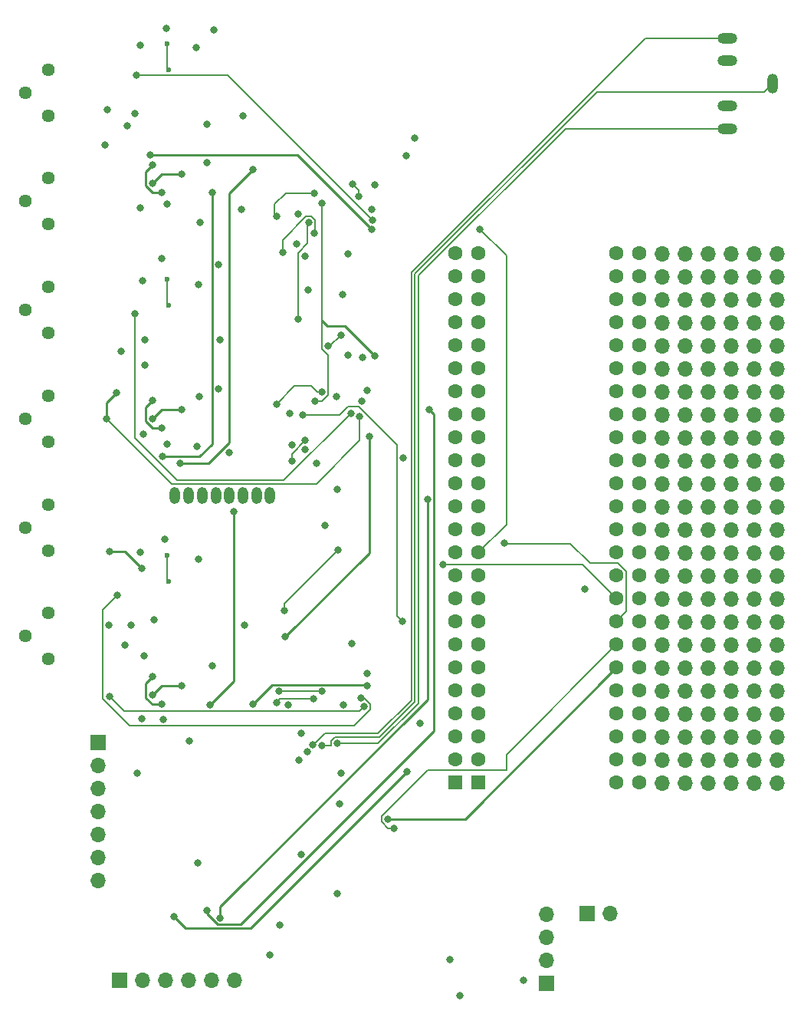
<source format=gbr>
%TF.GenerationSoftware,KiCad,Pcbnew,7.0.2*%
%TF.CreationDate,2025-02-14T16:13:01+00:00*%
%TF.ProjectId,body,626f6479-2e6b-4696-9361-645f70636258,rev?*%
%TF.SameCoordinates,Original*%
%TF.FileFunction,Copper,L4,Bot*%
%TF.FilePolarity,Positive*%
%FSLAX46Y46*%
G04 Gerber Fmt 4.6, Leading zero omitted, Abs format (unit mm)*
G04 Created by KiCad (PCBNEW 7.0.2) date 2025-02-14 16:13:01*
%MOMM*%
%LPD*%
G01*
G04 APERTURE LIST*
%TA.AperFunction,ComponentPad*%
%ADD10O,1.700000X1.700000*%
%TD*%
%TA.AperFunction,ComponentPad*%
%ADD11C,1.440000*%
%TD*%
%TA.AperFunction,ComponentPad*%
%ADD12R,1.700000X1.700000*%
%TD*%
%TA.AperFunction,ComponentPad*%
%ADD13O,2.200000X1.200000*%
%TD*%
%TA.AperFunction,ComponentPad*%
%ADD14O,1.200000X2.200000*%
%TD*%
%TA.AperFunction,ComponentPad*%
%ADD15O,1.170000X1.870000*%
%TD*%
%TA.AperFunction,ComponentPad*%
%ADD16R,1.600000X1.600000*%
%TD*%
%TA.AperFunction,ComponentPad*%
%ADD17C,1.600000*%
%TD*%
%TA.AperFunction,ViaPad*%
%ADD18C,0.600000*%
%TD*%
%TA.AperFunction,ViaPad*%
%ADD19C,0.800000*%
%TD*%
%TA.AperFunction,Conductor*%
%ADD20C,0.200000*%
%TD*%
%TA.AperFunction,Conductor*%
%ADD21C,0.250000*%
%TD*%
G04 APERTURE END LIST*
D10*
%TO.P,PB52,1,Pin_1*%
%TO.N,unconnected-(PB52-Pin_1-Pad1)*%
X183510000Y-68420000D03*
%TD*%
%TO.P,PB132,1,Pin_1*%
%TO.N,unconnected-(PB132-Pin_1-Pad1)*%
X183510000Y-119220000D03*
%TD*%
%TO.P,PB87,1,Pin_1*%
%TO.N,unconnected-(PB87-Pin_1-Pad1)*%
X175890000Y-96360000D03*
%TD*%
%TO.P,PB3,1,Pin_1*%
%TO.N,unconnected-(PB3-Pin_1-Pad1)*%
X173350000Y-65880000D03*
%TD*%
%TO.P,PB106,1,Pin_1*%
%TO.N,unconnected-(PB106-Pin_1-Pad1)*%
X178430000Y-114140000D03*
%TD*%
%TO.P,PB33,1,Pin_1*%
%TO.N,unconnected-(PB33-Pin_1-Pad1)*%
X178430000Y-81120000D03*
%TD*%
%TO.P,PB108,1,Pin_1*%
%TO.N,unconnected-(PB108-Pin_1-Pad1)*%
X178430000Y-119220000D03*
%TD*%
%TO.P,PB102,1,Pin_1*%
%TO.N,unconnected-(PB102-Pin_1-Pad1)*%
X178430000Y-103980000D03*
%TD*%
D11*
%TO.P,RV6,1,1*%
%TO.N,Net-(U4B--)*%
X105540000Y-52460000D03*
%TO.P,RV6,2,2*%
%TO.N,Net-(C32-Pad2)*%
X103000000Y-55000000D03*
%TO.P,RV6,3,3*%
%TO.N,unconnected-(RV6-Pad3)*%
X105540000Y-57540000D03*
%TD*%
D12*
%TO.P,J6,1,Pin_1*%
%TO.N,Net-(J6-Pin_1)*%
X113380000Y-141000000D03*
D10*
%TO.P,J6,2,Pin_2*%
%TO.N,GND*%
X115920000Y-141000000D03*
%TO.P,J6,3,Pin_3*%
%TO.N,Net-(J6-Pin_3)*%
X118460000Y-141000000D03*
%TO.P,J6,4,Pin_4*%
%TO.N,GND*%
X121000000Y-141000000D03*
%TO.P,J6,5,Pin_5*%
%TO.N,Net-(J6-Pin_5)*%
X123540000Y-141000000D03*
%TO.P,J6,6,Pin_6*%
%TO.N,GND*%
X126080000Y-141000000D03*
%TD*%
%TO.P,PB6,1,Pin_1*%
%TO.N,unconnected-(PB6-Pin_1-Pad1)*%
X173350000Y-73500000D03*
%TD*%
%TO.P,PB85,1,Pin_1*%
%TO.N,unconnected-(PB85-Pin_1-Pad1)*%
X175890000Y-91280000D03*
%TD*%
%TO.P,PB113,1,Pin_1*%
%TO.N,unconnected-(PB113-Pin_1-Pad1)*%
X180970000Y-101440000D03*
%TD*%
%TO.P,PB92,1,Pin_1*%
%TO.N,unconnected-(PB92-Pin_1-Pad1)*%
X175890000Y-109060000D03*
%TD*%
%TO.P,PB8,1,Pin_1*%
%TO.N,unconnected-(PB8-Pin_1-Pad1)*%
X173350000Y-78580000D03*
%TD*%
%TO.P,PB32,1,Pin_1*%
%TO.N,unconnected-(PB32-Pin_1-Pad1)*%
X178430000Y-78580000D03*
%TD*%
%TO.P,PB56,1,Pin_1*%
%TO.N,unconnected-(PB56-Pin_1-Pad1)*%
X183510000Y-78580000D03*
%TD*%
%TO.P,PB47,1,Pin_1*%
%TO.N,unconnected-(PB47-Pin_1-Pad1)*%
X180970000Y-86200000D03*
%TD*%
%TO.P,PB60,1,Pin_1*%
%TO.N,unconnected-(PB60-Pin_1-Pad1)*%
X183510000Y-88740000D03*
%TD*%
%TO.P,PB68,1,Pin_1*%
%TO.N,unconnected-(PB68-Pin_1-Pad1)*%
X186050000Y-78580000D03*
%TD*%
%TO.P,PB26,1,Pin_1*%
%TO.N,unconnected-(PB26-Pin_1-Pad1)*%
X178430000Y-63340000D03*
%TD*%
%TO.P,PB97,1,Pin_1*%
%TO.N,unconnected-(PB97-Pin_1-Pad1)*%
X178430000Y-91280000D03*
%TD*%
%TO.P,PB5,1,Pin_1*%
%TO.N,unconnected-(PB5-Pin_1-Pad1)*%
X173350000Y-70960000D03*
%TD*%
%TO.P,PB73,1,Pin_1*%
%TO.N,unconnected-(PB73-Pin_1-Pad1)*%
X173350000Y-91280000D03*
%TD*%
%TO.P,PB143,1,Pin_1*%
%TO.N,unconnected-(PB143-Pin_1-Pad1)*%
X186050000Y-116680000D03*
%TD*%
%TO.P,PB61,1,Pin_1*%
%TO.N,unconnected-(PB61-Pin_1-Pad1)*%
X186050000Y-60800000D03*
%TD*%
D12*
%TO.P,J7,1,Pin_1*%
%TO.N,+9V*%
X160500000Y-141300000D03*
D10*
%TO.P,J7,2,Pin_2*%
%TO.N,+5V*%
X160500000Y-138760000D03*
%TO.P,J7,3,Pin_3*%
%TO.N,GND*%
X160500000Y-136220000D03*
%TO.P,J7,4,Pin_4*%
X160500000Y-133680000D03*
%TD*%
%TO.P,PB118,1,Pin_1*%
%TO.N,unconnected-(PB118-Pin_1-Pad1)*%
X180970000Y-114140000D03*
%TD*%
%TO.P,PB44,1,Pin_1*%
%TO.N,unconnected-(PB44-Pin_1-Pad1)*%
X180970000Y-78580000D03*
%TD*%
%TO.P,PB69,1,Pin_1*%
%TO.N,unconnected-(PB69-Pin_1-Pad1)*%
X186050000Y-81120000D03*
%TD*%
%TO.P,PB96,1,Pin_1*%
%TO.N,unconnected-(PB96-Pin_1-Pad1)*%
X175890000Y-119220000D03*
%TD*%
%TO.P,PB53,1,Pin_1*%
%TO.N,unconnected-(PB53-Pin_1-Pad1)*%
X183510000Y-70960000D03*
%TD*%
%TO.P,PB136,1,Pin_1*%
%TO.N,unconnected-(PB136-Pin_1-Pad1)*%
X186050000Y-98900000D03*
%TD*%
%TO.P,PB63,1,Pin_1*%
%TO.N,unconnected-(PB63-Pin_1-Pad1)*%
X186050000Y-65880000D03*
%TD*%
%TO.P,PB76,1,Pin_1*%
%TO.N,unconnected-(PB76-Pin_1-Pad1)*%
X173350000Y-98900000D03*
%TD*%
%TO.P,PB4,1,Pin_1*%
%TO.N,unconnected-(PB4-Pin_1-Pad1)*%
X173350000Y-68420000D03*
%TD*%
%TO.P,PB75,1,Pin_1*%
%TO.N,unconnected-(PB75-Pin_1-Pad1)*%
X173350000Y-96360000D03*
%TD*%
%TO.P,PB17,1,Pin_1*%
%TO.N,unconnected-(PB17-Pin_1-Pad1)*%
X175890000Y-70960000D03*
%TD*%
%TO.P,PB30,1,Pin_1*%
%TO.N,unconnected-(PB30-Pin_1-Pad1)*%
X178430000Y-73500000D03*
%TD*%
%TO.P,PB34,1,Pin_1*%
%TO.N,unconnected-(PB34-Pin_1-Pad1)*%
X178430000Y-83660000D03*
%TD*%
%TO.P,PB64,1,Pin_1*%
%TO.N,unconnected-(PB64-Pin_1-Pad1)*%
X186050000Y-68420000D03*
%TD*%
%TO.P,PB131,1,Pin_1*%
%TO.N,unconnected-(PB131-Pin_1-Pad1)*%
X183510000Y-116680000D03*
%TD*%
%TO.P,PB126,1,Pin_1*%
%TO.N,unconnected-(PB126-Pin_1-Pad1)*%
X183510000Y-103980000D03*
%TD*%
D11*
%TO.P,RV4,1,1*%
%TO.N,Net-(U3B--)*%
X105540000Y-76460000D03*
%TO.P,RV4,2,2*%
%TO.N,Net-(C21-Pad2)*%
X103000000Y-79000000D03*
%TO.P,RV4,3,3*%
%TO.N,unconnected-(RV4-Pad3)*%
X105540000Y-81540000D03*
%TD*%
D10*
%TO.P,PB135,1,Pin_1*%
%TO.N,unconnected-(PB135-Pin_1-Pad1)*%
X186050000Y-96360000D03*
%TD*%
%TO.P,PB18,1,Pin_1*%
%TO.N,unconnected-(PB18-Pin_1-Pad1)*%
X175890000Y-73500000D03*
%TD*%
%TO.P,PB127,1,Pin_1*%
%TO.N,unconnected-(PB127-Pin_1-Pad1)*%
X183510000Y-106520000D03*
%TD*%
%TO.P,PB81,1,Pin_1*%
%TO.N,unconnected-(PB81-Pin_1-Pad1)*%
X173350000Y-111600000D03*
%TD*%
%TO.P,PB125,1,Pin_1*%
%TO.N,unconnected-(PB125-Pin_1-Pad1)*%
X183510000Y-101440000D03*
%TD*%
%TO.P,PB117,1,Pin_1*%
%TO.N,unconnected-(PB117-Pin_1-Pad1)*%
X180970000Y-111600000D03*
%TD*%
%TO.P,PB77,1,Pin_1*%
%TO.N,unconnected-(PB77-Pin_1-Pad1)*%
X173350000Y-101440000D03*
%TD*%
%TO.P,PB54,1,Pin_1*%
%TO.N,unconnected-(PB54-Pin_1-Pad1)*%
X183510000Y-73500000D03*
%TD*%
%TO.P,PB41,1,Pin_1*%
%TO.N,unconnected-(PB41-Pin_1-Pad1)*%
X180970000Y-70960000D03*
%TD*%
%TO.P,PB138,1,Pin_1*%
%TO.N,unconnected-(PB138-Pin_1-Pad1)*%
X186050000Y-103980000D03*
%TD*%
%TO.P,PB10,1,Pin_1*%
%TO.N,unconnected-(PB10-Pin_1-Pad1)*%
X173350000Y-83660000D03*
%TD*%
%TO.P,PB142,1,Pin_1*%
%TO.N,unconnected-(PB142-Pin_1-Pad1)*%
X186050000Y-114140000D03*
%TD*%
%TO.P,PB66,1,Pin_1*%
%TO.N,unconnected-(PB66-Pin_1-Pad1)*%
X186050000Y-73500000D03*
%TD*%
%TO.P,PB109,1,Pin_1*%
%TO.N,unconnected-(PB109-Pin_1-Pad1)*%
X180970000Y-91280000D03*
%TD*%
%TO.P,PB20,1,Pin_1*%
%TO.N,unconnected-(PB20-Pin_1-Pad1)*%
X175890000Y-78580000D03*
%TD*%
%TO.P,PB43,1,Pin_1*%
%TO.N,unconnected-(PB43-Pin_1-Pad1)*%
X180970000Y-76040000D03*
%TD*%
%TO.P,PB104,1,Pin_1*%
%TO.N,unconnected-(PB104-Pin_1-Pad1)*%
X178430000Y-109060000D03*
%TD*%
D11*
%TO.P,RV1,1,1*%
%TO.N,Net-(U2A--)*%
X105540000Y-88460000D03*
%TO.P,RV1,2,2*%
%TO.N,Net-(C9-Pad2)*%
X103000000Y-91000000D03*
%TO.P,RV1,3,3*%
%TO.N,unconnected-(RV1-Pad3)*%
X105540000Y-93540000D03*
%TD*%
D10*
%TO.P,PB7,1,Pin_1*%
%TO.N,unconnected-(PB7-Pin_1-Pad1)*%
X173350000Y-76040000D03*
%TD*%
D11*
%TO.P,RV3,1,1*%
%TO.N,Net-(U3A--)*%
X105540000Y-64460000D03*
%TO.P,RV3,2,2*%
%TO.N,Net-(C20-Pad2)*%
X103000000Y-67000000D03*
%TO.P,RV3,3,3*%
%TO.N,unconnected-(RV3-Pad3)*%
X105540000Y-69540000D03*
%TD*%
D10*
%TO.P,PB112,1,Pin_1*%
%TO.N,unconnected-(PB112-Pin_1-Pad1)*%
X180970000Y-98900000D03*
%TD*%
%TO.P,PB62,1,Pin_1*%
%TO.N,unconnected-(PB62-Pin_1-Pad1)*%
X186050000Y-63340000D03*
%TD*%
%TO.P,PB119,1,Pin_1*%
%TO.N,unconnected-(PB119-Pin_1-Pad1)*%
X180970000Y-116680000D03*
%TD*%
%TO.P,PB22,1,Pin_1*%
%TO.N,unconnected-(PB22-Pin_1-Pad1)*%
X175890000Y-83660000D03*
%TD*%
%TO.P,PB78,1,Pin_1*%
%TO.N,unconnected-(PB78-Pin_1-Pad1)*%
X173350000Y-103980000D03*
%TD*%
%TO.P,PB9,1,Pin_1*%
%TO.N,unconnected-(PB9-Pin_1-Pad1)*%
X173350000Y-81120000D03*
%TD*%
%TO.P,PB137,1,Pin_1*%
%TO.N,unconnected-(PB137-Pin_1-Pad1)*%
X186050000Y-101440000D03*
%TD*%
%TO.P,PB80,1,Pin_1*%
%TO.N,unconnected-(PB80-Pin_1-Pad1)*%
X173350000Y-109060000D03*
%TD*%
%TO.P,PB111,1,Pin_1*%
%TO.N,unconnected-(PB111-Pin_1-Pad1)*%
X180970000Y-96360000D03*
%TD*%
%TO.P,PB86,1,Pin_1*%
%TO.N,unconnected-(PB86-Pin_1-Pad1)*%
X175890000Y-93820000D03*
%TD*%
D11*
%TO.P,RV2,1,1*%
%TO.N,Net-(U2B--)*%
X105540000Y-100460000D03*
%TO.P,RV2,2,2*%
%TO.N,Net-(C10-Pad2)*%
X103000000Y-103000000D03*
%TO.P,RV2,3,3*%
%TO.N,unconnected-(RV2-Pad3)*%
X105540000Y-105540000D03*
%TD*%
D10*
%TO.P,PB21,1,Pin_1*%
%TO.N,unconnected-(PB21-Pin_1-Pad1)*%
X175890000Y-81120000D03*
%TD*%
%TO.P,PB128,1,Pin_1*%
%TO.N,unconnected-(PB128-Pin_1-Pad1)*%
X183510000Y-109060000D03*
%TD*%
%TO.P,PB120,1,Pin_1*%
%TO.N,unconnected-(PB120-Pin_1-Pad1)*%
X180970000Y-119220000D03*
%TD*%
%TO.P,PB79,1,Pin_1*%
%TO.N,unconnected-(PB79-Pin_1-Pad1)*%
X173350000Y-106520000D03*
%TD*%
%TO.P,PB94,1,Pin_1*%
%TO.N,unconnected-(PB94-Pin_1-Pad1)*%
X175890000Y-114140000D03*
%TD*%
%TO.P,PB98,1,Pin_1*%
%TO.N,unconnected-(PB98-Pin_1-Pad1)*%
X178430000Y-93820000D03*
%TD*%
%TO.P,PB39,1,Pin_1*%
%TO.N,unconnected-(PB39-Pin_1-Pad1)*%
X180970000Y-65880000D03*
%TD*%
%TO.P,PB99,1,Pin_1*%
%TO.N,unconnected-(PB99-Pin_1-Pad1)*%
X178430000Y-96360000D03*
%TD*%
%TO.P,PB1,1,Pin_1*%
%TO.N,unconnected-(PB1-Pin_1-Pad1)*%
X173350000Y-60800000D03*
%TD*%
%TO.P,PB115,1,Pin_1*%
%TO.N,unconnected-(PB115-Pin_1-Pad1)*%
X180970000Y-106520000D03*
%TD*%
%TO.P,PB114,1,Pin_1*%
%TO.N,unconnected-(PB114-Pin_1-Pad1)*%
X180970000Y-103980000D03*
%TD*%
%TO.P,PB103,1,Pin_1*%
%TO.N,unconnected-(PB103-Pin_1-Pad1)*%
X178430000Y-106520000D03*
%TD*%
%TO.P,PB46,1,Pin_1*%
%TO.N,unconnected-(PB46-Pin_1-Pad1)*%
X180970000Y-83660000D03*
%TD*%
%TO.P,PB133,1,Pin_1*%
%TO.N,unconnected-(PB133-Pin_1-Pad1)*%
X186050000Y-91280000D03*
%TD*%
%TO.P,PB82,1,Pin_1*%
%TO.N,unconnected-(PB82-Pin_1-Pad1)*%
X173350000Y-114140000D03*
%TD*%
%TO.P,PB36,1,Pin_1*%
%TO.N,unconnected-(PB36-Pin_1-Pad1)*%
X178430000Y-88740000D03*
%TD*%
%TO.P,PB140,1,Pin_1*%
%TO.N,unconnected-(PB140-Pin_1-Pad1)*%
X186050000Y-109060000D03*
%TD*%
%TO.P,PB15,1,Pin_1*%
%TO.N,unconnected-(PB15-Pin_1-Pad1)*%
X175890000Y-65880000D03*
%TD*%
%TO.P,PB71,1,Pin_1*%
%TO.N,unconnected-(PB71-Pin_1-Pad1)*%
X186050000Y-86200000D03*
%TD*%
%TO.P,PB59,1,Pin_1*%
%TO.N,unconnected-(PB59-Pin_1-Pad1)*%
X183510000Y-86200000D03*
%TD*%
%TO.P,PB24,1,Pin_1*%
%TO.N,unconnected-(PB24-Pin_1-Pad1)*%
X175890000Y-88740000D03*
%TD*%
%TO.P,PB38,1,Pin_1*%
%TO.N,unconnected-(PB38-Pin_1-Pad1)*%
X180970000Y-63340000D03*
%TD*%
%TO.P,PB144,1,Pin_1*%
%TO.N,unconnected-(PB144-Pin_1-Pad1)*%
X186050000Y-119220000D03*
%TD*%
%TO.P,PB83,1,Pin_1*%
%TO.N,unconnected-(PB83-Pin_1-Pad1)*%
X173350000Y-116680000D03*
%TD*%
%TO.P,PB14,1,Pin_1*%
%TO.N,unconnected-(PB14-Pin_1-Pad1)*%
X175890000Y-63340000D03*
%TD*%
%TO.P,PB55,1,Pin_1*%
%TO.N,unconnected-(PB55-Pin_1-Pad1)*%
X183510000Y-76040000D03*
%TD*%
%TO.P,PB105,1,Pin_1*%
%TO.N,unconnected-(PB105-Pin_1-Pad1)*%
X178430000Y-111600000D03*
%TD*%
%TO.P,PB42,1,Pin_1*%
%TO.N,unconnected-(PB42-Pin_1-Pad1)*%
X180970000Y-73500000D03*
%TD*%
%TO.P,PB88,1,Pin_1*%
%TO.N,unconnected-(PB88-Pin_1-Pad1)*%
X175890000Y-98900000D03*
%TD*%
D11*
%TO.P,RV5,1,1*%
%TO.N,Net-(U4A--)*%
X105540000Y-40460000D03*
%TO.P,RV5,2,2*%
%TO.N,Net-(C31-Pad2)*%
X103000000Y-43000000D03*
%TO.P,RV5,3,3*%
%TO.N,unconnected-(RV5-Pad3)*%
X105540000Y-45540000D03*
%TD*%
D10*
%TO.P,PB121,1,Pin_1*%
%TO.N,unconnected-(PB121-Pin_1-Pad1)*%
X183510000Y-91280000D03*
%TD*%
%TO.P,PB37,1,Pin_1*%
%TO.N,unconnected-(PB37-Pin_1-Pad1)*%
X180970000Y-60800000D03*
%TD*%
%TO.P,PB65,1,Pin_1*%
%TO.N,unconnected-(PB65-Pin_1-Pad1)*%
X186050000Y-70960000D03*
%TD*%
%TO.P,PB116,1,Pin_1*%
%TO.N,unconnected-(PB116-Pin_1-Pad1)*%
X180970000Y-109060000D03*
%TD*%
%TO.P,PB50,1,Pin_1*%
%TO.N,unconnected-(PB50-Pin_1-Pad1)*%
X183510000Y-63340000D03*
%TD*%
%TO.P,PB123,1,Pin_1*%
%TO.N,unconnected-(PB123-Pin_1-Pad1)*%
X183510000Y-96360000D03*
%TD*%
%TO.P,PB139,1,Pin_1*%
%TO.N,unconnected-(PB139-Pin_1-Pad1)*%
X186050000Y-106520000D03*
%TD*%
%TO.P,PB130,1,Pin_1*%
%TO.N,unconnected-(PB130-Pin_1-Pad1)*%
X183510000Y-114140000D03*
%TD*%
%TO.P,PB12,1,Pin_1*%
%TO.N,unconnected-(PB12-Pin_1-Pad1)*%
X173350000Y-88740000D03*
%TD*%
%TO.P,PB27,1,Pin_1*%
%TO.N,unconnected-(PB27-Pin_1-Pad1)*%
X178430000Y-65880000D03*
%TD*%
%TO.P,PB95,1,Pin_1*%
%TO.N,unconnected-(PB95-Pin_1-Pad1)*%
X175890000Y-116680000D03*
%TD*%
%TO.P,PB91,1,Pin_1*%
%TO.N,unconnected-(PB91-Pin_1-Pad1)*%
X175890000Y-106520000D03*
%TD*%
%TO.P,PB57,1,Pin_1*%
%TO.N,unconnected-(PB57-Pin_1-Pad1)*%
X183510000Y-81120000D03*
%TD*%
%TO.P,PB134,1,Pin_1*%
%TO.N,unconnected-(PB134-Pin_1-Pad1)*%
X186050000Y-93820000D03*
%TD*%
%TO.P,PB100,1,Pin_1*%
%TO.N,unconnected-(PB100-Pin_1-Pad1)*%
X178430000Y-98900000D03*
%TD*%
%TO.P,PB16,1,Pin_1*%
%TO.N,unconnected-(PB16-Pin_1-Pad1)*%
X175890000Y-68420000D03*
%TD*%
%TO.P,PB11,1,Pin_1*%
%TO.N,unconnected-(PB11-Pin_1-Pad1)*%
X173350000Y-86200000D03*
%TD*%
%TO.P,PB40,1,Pin_1*%
%TO.N,unconnected-(PB40-Pin_1-Pad1)*%
X180970000Y-68420000D03*
%TD*%
%TO.P,PB101,1,Pin_1*%
%TO.N,unconnected-(PB101-Pin_1-Pad1)*%
X178430000Y-101440000D03*
%TD*%
%TO.P,PB25,1,Pin_1*%
%TO.N,unconnected-(PB25-Pin_1-Pad1)*%
X178430000Y-60800000D03*
%TD*%
%TO.P,PB2,1,Pin_1*%
%TO.N,unconnected-(PB2-Pin_1-Pad1)*%
X173350000Y-63340000D03*
%TD*%
%TO.P,PB23,1,Pin_1*%
%TO.N,unconnected-(PB23-Pin_1-Pad1)*%
X175890000Y-86200000D03*
%TD*%
%TO.P,PB93,1,Pin_1*%
%TO.N,unconnected-(PB93-Pin_1-Pad1)*%
X175890000Y-111600000D03*
%TD*%
%TO.P,PB72,1,Pin_1*%
%TO.N,unconnected-(PB72-Pin_1-Pad1)*%
X186050000Y-88740000D03*
%TD*%
%TO.P,PB84,1,Pin_1*%
%TO.N,unconnected-(PB84-Pin_1-Pad1)*%
X173350000Y-119220000D03*
%TD*%
%TO.P,PB58,1,Pin_1*%
%TO.N,unconnected-(PB58-Pin_1-Pad1)*%
X183510000Y-83660000D03*
%TD*%
%TO.P,PB110,1,Pin_1*%
%TO.N,unconnected-(PB110-Pin_1-Pad1)*%
X180970000Y-93820000D03*
%TD*%
%TO.P,PB51,1,Pin_1*%
%TO.N,unconnected-(PB51-Pin_1-Pad1)*%
X183510000Y-65880000D03*
%TD*%
%TO.P,PB141,1,Pin_1*%
%TO.N,unconnected-(PB141-Pin_1-Pad1)*%
X186050000Y-111600000D03*
%TD*%
%TO.P,PB29,1,Pin_1*%
%TO.N,unconnected-(PB29-Pin_1-Pad1)*%
X178430000Y-70960000D03*
%TD*%
%TO.P,PB70,1,Pin_1*%
%TO.N,unconnected-(PB70-Pin_1-Pad1)*%
X186050000Y-83660000D03*
%TD*%
D13*
%TO.P,J4,R*%
%TO.N,/codec1/HEADPHONES_R*%
X180500000Y-47000000D03*
%TO.P,J4,RN*%
%TO.N,unconnected-(J4-PadRN)*%
X180500000Y-44500000D03*
D14*
%TO.P,J4,S*%
%TO.N,/codec1/HEADPHONES_GND*%
X185500000Y-42000000D03*
D13*
%TO.P,J4,T*%
%TO.N,/codec1/HEADPHONES_L*%
X180500000Y-37000000D03*
%TO.P,J4,TN*%
%TO.N,unconnected-(J4-PadTN)*%
X180500000Y-39500000D03*
%TD*%
D10*
%TO.P,PB67,1,Pin_1*%
%TO.N,unconnected-(PB67-Pin_1-Pad1)*%
X186050000Y-76040000D03*
%TD*%
%TO.P,PB89,1,Pin_1*%
%TO.N,unconnected-(PB89-Pin_1-Pad1)*%
X175890000Y-101440000D03*
%TD*%
%TO.P,PB31,1,Pin_1*%
%TO.N,unconnected-(PB31-Pin_1-Pad1)*%
X178430000Y-76040000D03*
%TD*%
%TO.P,PB90,1,Pin_1*%
%TO.N,unconnected-(PB90-Pin_1-Pad1)*%
X175890000Y-103980000D03*
%TD*%
%TO.P,PB48,1,Pin_1*%
%TO.N,unconnected-(PB48-Pin_1-Pad1)*%
X180970000Y-88740000D03*
%TD*%
%TO.P,PB13,1,Pin_1*%
%TO.N,unconnected-(PB13-Pin_1-Pad1)*%
X175890000Y-60800000D03*
%TD*%
%TO.P,PB122,1,Pin_1*%
%TO.N,unconnected-(PB122-Pin_1-Pad1)*%
X183510000Y-93820000D03*
%TD*%
%TO.P,PB124,1,Pin_1*%
%TO.N,unconnected-(PB124-Pin_1-Pad1)*%
X183510000Y-98900000D03*
%TD*%
%TO.P,PB28,1,Pin_1*%
%TO.N,unconnected-(PB28-Pin_1-Pad1)*%
X178430000Y-68420000D03*
%TD*%
%TO.P,PB107,1,Pin_1*%
%TO.N,unconnected-(PB107-Pin_1-Pad1)*%
X178430000Y-116680000D03*
%TD*%
%TO.P,PB19,1,Pin_1*%
%TO.N,unconnected-(PB19-Pin_1-Pad1)*%
X175890000Y-76040000D03*
%TD*%
%TO.P,PB49,1,Pin_1*%
%TO.N,unconnected-(PB49-Pin_1-Pad1)*%
X183510000Y-60800000D03*
%TD*%
%TO.P,PB74,1,Pin_1*%
%TO.N,unconnected-(PB74-Pin_1-Pad1)*%
X173350000Y-93820000D03*
%TD*%
%TO.P,PB35,1,Pin_1*%
%TO.N,unconnected-(PB35-Pin_1-Pad1)*%
X178430000Y-86200000D03*
%TD*%
%TO.P,PB45,1,Pin_1*%
%TO.N,unconnected-(PB45-Pin_1-Pad1)*%
X180970000Y-81120000D03*
%TD*%
%TO.P,PB129,1,Pin_1*%
%TO.N,unconnected-(PB129-Pin_1-Pad1)*%
X183510000Y-111600000D03*
%TD*%
D12*
%TO.P,J5,1,Pin_1*%
%TO.N,/MIDI_PIN_4*%
X111000000Y-114760000D03*
D10*
%TO.P,J5,2,Pin_2*%
%TO.N,/MIDI_PIN_5*%
X111000000Y-117300000D03*
%TO.P,J5,3,Pin_3*%
%TO.N,GND*%
X111000000Y-119840000D03*
%TO.P,J5,4,Pin_4*%
%TO.N,MAIN_OUTPUT*%
X111000000Y-122380000D03*
%TO.P,J5,5,Pin_5*%
%TO.N,GND*%
X111000000Y-124920000D03*
%TO.P,J5,6,Pin_6*%
%TO.N,+9V*%
X111000000Y-127460000D03*
%TO.P,J5,7,Pin_7*%
%TO.N,GND*%
X111000000Y-130000000D03*
%TD*%
D15*
%TO.P,J3,1,Pin_1*%
%TO.N,GND*%
X130000000Y-87500000D03*
%TO.P,J3,2,Pin_2*%
X128500000Y-87500000D03*
%TO.P,J3,3,Pin_3*%
%TO.N,/pickuppair1/INPUT_1*%
X127000000Y-87500000D03*
%TO.P,J3,4,Pin_4*%
%TO.N,/pickuppair1/INPUT_2*%
X125500000Y-87500000D03*
%TO.P,J3,5,Pin_5*%
%TO.N,/pickuppair2/INPUT_1*%
X124000000Y-87500000D03*
%TO.P,J3,6,Pin_6*%
%TO.N,/pickuppair2/INPUT_2*%
X122500000Y-87500000D03*
%TO.P,J3,7,Pin_7*%
%TO.N,/pickuppair3/INPUT_1*%
X121000000Y-87500000D03*
%TO.P,J3,8,Pin_8*%
%TO.N,/pickuppair3/INPUT_2*%
X119500000Y-87500000D03*
%TD*%
D12*
%TO.P,J2,1,Pin_1*%
%TO.N,GND*%
X165000000Y-133625000D03*
D10*
%TO.P,J2,2,Pin_2*%
X167540000Y-133625000D03*
%TD*%
D16*
%TO.P,U1,1,GND*%
%TO.N,GND*%
X150460000Y-119180000D03*
X153000000Y-119180000D03*
D17*
%TO.P,U1,2,0_RX1_CRX2_CS1*%
%TO.N,unconnected-(U1-0_RX1_CRX2_CS1-Pad2)*%
X150460000Y-116640000D03*
X153000000Y-116640000D03*
%TO.P,U1,3,1_TX1_CTX2_MISO1*%
%TO.N,MIDI_OUT*%
X150460000Y-114100000D03*
X153000000Y-114100000D03*
%TO.P,U1,4,2_OUT2*%
%TO.N,unconnected-(U1-2_OUT2-Pad4)*%
X150460000Y-111560000D03*
X153000000Y-111560000D03*
%TO.P,U1,5,3_LRCLK2*%
%TO.N,unconnected-(U1-3_LRCLK2-Pad5)*%
X150460000Y-109020000D03*
X153000000Y-109020000D03*
%TO.P,U1,6,4_BCLK2*%
%TO.N,unconnected-(U1-4_BCLK2-Pad6)*%
X150460000Y-106480000D03*
X153000000Y-106480000D03*
%TO.P,U1,7,5_IN2*%
%TO.N,unconnected-(U1-5_IN2-Pad7)*%
X150460000Y-103940000D03*
X153000000Y-103940000D03*
%TO.P,U1,8,6_OUT1D*%
%TO.N,CODEC2_DIN*%
X150460000Y-101400000D03*
X153000000Y-101400000D03*
%TO.P,U1,9,7_RX2_OUT1A*%
%TO.N,CODEC1_DOUT*%
X150460000Y-98860000D03*
X153000000Y-98860000D03*
%TO.P,U1,10,8_TX2_IN1*%
%TO.N,CODEC1_DIN*%
X150460000Y-96320000D03*
X153000000Y-96320000D03*
%TO.P,U1,11,9_OUT1C*%
%TO.N,CODEC3_DIN*%
X150460000Y-93780000D03*
X153000000Y-93780000D03*
%TO.P,U1,12,10_CS_MQSR*%
%TO.N,unconnected-(U1-10_CS_MQSR-Pad12)*%
X150460000Y-91240000D03*
X153000000Y-91240000D03*
%TO.P,U1,13,11_MOSI_CTX1*%
%TO.N,unconnected-(U1-11_MOSI_CTX1-Pad13)*%
X150460000Y-88700000D03*
X153000000Y-88700000D03*
%TO.P,U1,14,12_MISO_MQSL*%
%TO.N,unconnected-(U1-12_MISO_MQSL-Pad14)*%
X150460000Y-86160000D03*
X153000000Y-86160000D03*
%TO.P,U1,15,3V3*%
%TO.N,+3.3V*%
X150460000Y-83620000D03*
X153000000Y-83620000D03*
%TO.P,U1,16,24_A10_TX6_SCL2*%
%TO.N,unconnected-(U1-24_A10_TX6_SCL2-Pad16)*%
X150460000Y-81080000D03*
X153000000Y-81080000D03*
%TO.P,U1,17,25_A11_RX6_SDA2*%
%TO.N,unconnected-(U1-25_A11_RX6_SDA2-Pad17)*%
X150460000Y-78540000D03*
X153000000Y-78540000D03*
%TO.P,U1,18,26_A12_MOSI1*%
%TO.N,unconnected-(U1-26_A12_MOSI1-Pad18)*%
X150460000Y-76000000D03*
X153000000Y-76000000D03*
%TO.P,U1,19,27_A13_SCK1*%
%TO.N,unconnected-(U1-27_A13_SCK1-Pad19)*%
X150460000Y-73460000D03*
X153000000Y-73460000D03*
%TO.P,U1,20,28_RX7*%
%TO.N,unconnected-(U1-28_RX7-Pad20)*%
X150460000Y-70920000D03*
X153000000Y-70920000D03*
%TO.P,U1,21,29_TX7*%
%TO.N,FRET_CLOCK*%
X150460000Y-68380000D03*
X153000000Y-68380000D03*
%TO.P,U1,22,30_CRX3*%
%TO.N,FRET_LOAD*%
X150460000Y-65840000D03*
X153000000Y-65840000D03*
%TO.P,U1,23,31_CTX3*%
%TO.N,FRET_DATA*%
X150460000Y-63300000D03*
X153000000Y-63300000D03*
%TO.P,U1,24,32_OUT1B*%
%TO.N,CODEC2_DOUT*%
X150460000Y-60760000D03*
X153000000Y-60760000D03*
%TO.P,U1,25,33_MCLK2*%
%TO.N,unconnected-(U1-33_MCLK2-Pad25)*%
X168240000Y-60760000D03*
X170780000Y-60760000D03*
%TO.P,U1,26,34_RX8*%
%TO.N,unconnected-(U1-34_RX8-Pad26)*%
X168240000Y-63300000D03*
X170780000Y-63300000D03*
%TO.P,U1,27,35_TX8*%
%TO.N,unconnected-(U1-35_TX8-Pad27)*%
X168240000Y-65840000D03*
X170780000Y-65840000D03*
%TO.P,U1,28,36_CS*%
%TO.N,unconnected-(U1-36_CS-Pad28)*%
X168240000Y-68380000D03*
X170780000Y-68380000D03*
%TO.P,U1,29,37_CS*%
%TO.N,unconnected-(U1-37_CS-Pad29)*%
X168240000Y-70920000D03*
X170780000Y-70920000D03*
%TO.P,U1,30,38_CS1_IN1*%
%TO.N,unconnected-(U1-38_CS1_IN1-Pad30)*%
X168240000Y-73460000D03*
X170780000Y-73460000D03*
%TO.P,U1,31,39_MISO1_OUT1A*%
%TO.N,unconnected-(U1-39_MISO1_OUT1A-Pad31)*%
X168240000Y-76000000D03*
X170780000Y-76000000D03*
%TO.P,U1,32,40_A16*%
%TO.N,unconnected-(U1-40_A16-Pad32)*%
X168240000Y-78540000D03*
X170780000Y-78540000D03*
%TO.P,U1,33,41_A17*%
%TO.N,unconnected-(U1-41_A17-Pad33)*%
X168240000Y-81080000D03*
X170780000Y-81080000D03*
%TO.P,U1,34,GND*%
%TO.N,GND*%
X168240000Y-83620000D03*
X170780000Y-83620000D03*
%TO.P,U1,35,13_SCK_LED*%
%TO.N,unconnected-(U1-13_SCK_LED-Pad35)*%
X168240000Y-86160000D03*
X170780000Y-86160000D03*
%TO.P,U1,36,14_A0_TX3_SPDIF_OUT*%
%TO.N,unconnected-(U1-14_A0_TX3_SPDIF_OUT-Pad36)*%
X168240000Y-88700000D03*
X170780000Y-88700000D03*
%TO.P,U1,37,15_A1_RX3_SPDIF_IN*%
%TO.N,unconnected-(U1-15_A1_RX3_SPDIF_IN-Pad37)*%
X168240000Y-91240000D03*
X170780000Y-91240000D03*
%TO.P,U1,38,16_A2_RX4_SCL1*%
%TO.N,unconnected-(U1-16_A2_RX4_SCL1-Pad38)*%
X168240000Y-93780000D03*
X170780000Y-93780000D03*
%TO.P,U1,39,17_A3_TX4_SDA1*%
%TO.N,unconnected-(U1-17_A3_TX4_SDA1-Pad39)*%
X168240000Y-96320000D03*
X170780000Y-96320000D03*
%TO.P,U1,40,18_A4_SDA*%
%TO.N,DAC_SDA*%
X168240000Y-98860000D03*
X170780000Y-98860000D03*
%TO.P,U1,41,19_A5_SCL*%
%TO.N,DAC_SCL*%
X168240000Y-101400000D03*
X170780000Y-101400000D03*
%TO.P,U1,42,20_A6_TX5_LRCLK1*%
%TO.N,DAC_LRCLK*%
X168240000Y-103940000D03*
X170780000Y-103940000D03*
%TO.P,U1,43,21_A7_RX5_BCLK1*%
%TO.N,DAC_BCLK*%
X168240000Y-106480000D03*
X170780000Y-106480000D03*
%TO.P,U1,44,22_A8_CTX1*%
%TO.N,unconnected-(U1-22_A8_CTX1-Pad44)*%
X168240000Y-109020000D03*
X170780000Y-109020000D03*
%TO.P,U1,45,23_A9_CRX1_MCLK1*%
%TO.N,DAC_MCLK*%
X168240000Y-111560000D03*
X170780000Y-111560000D03*
%TO.P,U1,46,3V3*%
%TO.N,+3.3V*%
X168240000Y-114100000D03*
X170780000Y-114100000D03*
%TO.P,U1,47,GND*%
%TO.N,GND*%
X168240000Y-116640000D03*
X170780000Y-116640000D03*
%TO.P,U1,48,VIN*%
%TO.N,+5V*%
X168240000Y-119180000D03*
X170780000Y-119180000D03*
%TD*%
D18*
%TO.N,Net-(U2A-+)*%
X118800000Y-97000000D03*
X118600000Y-94100000D03*
D19*
%TO.N,/pickuppair1/INPUT_2*%
X123400000Y-110600000D03*
X126000000Y-89300000D03*
%TO.N,Net-(U2B-+)*%
X117000000Y-107500000D03*
X118000000Y-110500000D03*
%TO.N,GND*%
X146600000Y-112600000D03*
X115700000Y-37800000D03*
X115700000Y-55700000D03*
X132000000Y-110600000D03*
X124299500Y-75671256D03*
X135100000Y-83900000D03*
X113500000Y-71600000D03*
X158000000Y-141000000D03*
X131100000Y-134900000D03*
X116000000Y-80700000D03*
X139000000Y-103800000D03*
X115900000Y-63800000D03*
X138600000Y-72000000D03*
X123000000Y-50700000D03*
X123600000Y-106300000D03*
X133100000Y-56400000D03*
X122300000Y-57300000D03*
X115686257Y-93775500D03*
X137300000Y-76600000D03*
X112200000Y-101800000D03*
X125500000Y-82700000D03*
X124300000Y-62000000D03*
X139100000Y-53100000D03*
X137400000Y-86800000D03*
X118400000Y-92300000D03*
X141200000Y-55900000D03*
X124500000Y-70300000D03*
X123000000Y-46500000D03*
X144700000Y-83300000D03*
X114200000Y-46700000D03*
X121100000Y-114600000D03*
X132198910Y-78400000D03*
X140111076Y-77078567D03*
X149900000Y-138700000D03*
X112000000Y-44900000D03*
X116100000Y-105200000D03*
X126800000Y-55900000D03*
X123800000Y-36100000D03*
X137800000Y-118100000D03*
X121900000Y-82100000D03*
X133200000Y-116700000D03*
X138100000Y-110600500D03*
X118000000Y-61300000D03*
X138600000Y-60800000D03*
X118500000Y-35900000D03*
X134200000Y-64800000D03*
X117200000Y-101200000D03*
X116200000Y-73100000D03*
X130000000Y-138200000D03*
X151000000Y-142725500D03*
X115800000Y-112100000D03*
X146000000Y-48000000D03*
X139800000Y-54500000D03*
%TO.N,Net-(C3-Pad2)*%
X147600000Y-78000000D03*
X123000000Y-133300000D03*
%TO.N,Net-(C4-Pad2)*%
X124500000Y-134100000D03*
X147400000Y-87900000D03*
%TO.N,+9V*%
X122000000Y-128000000D03*
X122100000Y-94500000D03*
X118200000Y-112200000D03*
X127200000Y-101800000D03*
X127000000Y-45600000D03*
X118600000Y-55300000D03*
X122100000Y-64200000D03*
X122200000Y-76600000D03*
X118600000Y-81800000D03*
X121800000Y-38000000D03*
%TO.N,Net-(C10-Pad2)*%
X117000000Y-109500000D03*
X120239500Y-108500000D03*
%TO.N,/codec1/LINE_IN_L*%
X113100000Y-98500000D03*
X140000000Y-109800000D03*
%TO.N,/codec1/LINE_IN_R*%
X140400000Y-110800000D03*
X112300000Y-109700000D03*
D18*
%TO.N,Net-(U3A-+)*%
X118800000Y-66500000D03*
X118600000Y-63600000D03*
D19*
%TO.N,Net-(U3B-+)*%
X117000000Y-77000000D03*
X118000000Y-80000000D03*
%TO.N,+3.3V*%
X136100000Y-90800000D03*
X140700000Y-107100000D03*
X137700000Y-121500000D03*
X138000000Y-65300000D03*
X164800000Y-97800000D03*
X140700000Y-75900000D03*
X114000000Y-104000000D03*
X114600000Y-101800000D03*
X115100000Y-45300000D03*
X111800000Y-48800000D03*
X116200000Y-70300000D03*
X145000000Y-50000000D03*
X140200000Y-72200000D03*
X115300000Y-118100000D03*
X137400000Y-131400000D03*
X141600000Y-53200000D03*
%TO.N,+1V8*%
X133400000Y-127100000D03*
X132405628Y-81905128D03*
X133400000Y-113700000D03*
X134100000Y-115800000D03*
X133899500Y-82411257D03*
X132900000Y-59700000D03*
X133900000Y-61100000D03*
%TO.N,/codec2/LINE_IN_L*%
X115080930Y-67380930D03*
X138900000Y-78400000D03*
%TO.N,/codec2/LINE_IN_R*%
X139900000Y-78800000D03*
X111900000Y-79000000D03*
X113000000Y-76100000D03*
%TO.N,/pickuppair3/INPUT_1*%
X120022113Y-83930221D03*
X128100000Y-51500000D03*
D18*
%TO.N,Net-(U4A-+)*%
X118600000Y-37600000D03*
X118800000Y-40500000D03*
D19*
%TO.N,/pickuppair3/INPUT_2*%
X118100000Y-83200000D03*
X123600000Y-54000000D03*
%TO.N,Net-(U4B-+)*%
X117000000Y-51000000D03*
X118000000Y-54000000D03*
%TO.N,/codec3/LINE_IN_L*%
X141300000Y-57100000D03*
X115200000Y-41100000D03*
%TO.N,/codec3/LINE_IN_R*%
X141200000Y-58100000D03*
X116800000Y-49900000D03*
%TO.N,/codec1/HEADPHONES_R*%
X137416214Y-114865435D03*
%TO.N,/codec1/HEADPHONES_GND*%
X135700000Y-115100000D03*
%TO.N,/codec1/HEADPHONES_L*%
X134706611Y-114989623D03*
%TO.N,DAC_SDA*%
X149100000Y-95100000D03*
X133100000Y-68000000D03*
X134271446Y-57369684D03*
%TO.N,DAC_SCL*%
X134900000Y-58500000D03*
X131375500Y-60600000D03*
X132400000Y-83700000D03*
X131584500Y-100200000D03*
X133900000Y-81400000D03*
X155900000Y-92700000D03*
X137500000Y-93500000D03*
%TO.N,CODEC2_DIN*%
X144600000Y-101400000D03*
X133598410Y-78600000D03*
%TO.N,CODEC3_DIN*%
X153200000Y-58100000D03*
%TO.N,CODEC2_DOUT*%
X137800000Y-69800000D03*
X136400000Y-71000000D03*
%TO.N,DAC_LRCLK*%
X135710500Y-76089372D03*
X135710500Y-109100000D03*
X134900000Y-54100000D03*
X130700000Y-77400000D03*
X143700000Y-124200000D03*
X131000000Y-109100000D03*
X130700000Y-56700000D03*
%TO.N,DAC_BCLK*%
X143000000Y-123200000D03*
X134800000Y-109900000D03*
X131700000Y-103100000D03*
X141600000Y-72100000D03*
X141000000Y-81000000D03*
X135000000Y-77100000D03*
X135700000Y-55200000D03*
X130700000Y-110300000D03*
%TO.N,Net-(C1-Pad2)*%
X128100000Y-110500000D03*
X140700000Y-108500000D03*
%TO.N,Net-(C2-Pad2)*%
X145100000Y-118000000D03*
X119400000Y-134000000D03*
%TO.N,Net-(C12-Pad1)*%
X115800000Y-95500000D03*
X112300000Y-93700000D03*
%TO.N,Net-(C21-Pad2)*%
X117000000Y-79000000D03*
X120239500Y-78000000D03*
%TO.N,Net-(C32-Pad2)*%
X117000000Y-53000000D03*
X120239500Y-52000000D03*
%TD*%
D20*
%TO.N,Net-(U2A-+)*%
X118800000Y-97000000D02*
X118600000Y-96800000D01*
X118600000Y-96800000D02*
X118600000Y-94100000D01*
D21*
%TO.N,/pickuppair1/INPUT_2*%
X126000000Y-108000000D02*
X123400000Y-110600000D01*
X126000000Y-89300000D02*
X126000000Y-108000000D01*
%TO.N,Net-(U2B-+)*%
X117000000Y-107500000D02*
X116275000Y-108225000D01*
X116275000Y-108225000D02*
X116275000Y-109800305D01*
X116974695Y-110500000D02*
X118000000Y-110500000D01*
X116275000Y-109800305D02*
X116974695Y-110500000D01*
D20*
%TO.N,GND*%
X139800000Y-53800000D02*
X139100000Y-53100000D01*
X139800000Y-54500000D02*
X139800000Y-53800000D01*
D21*
%TO.N,Net-(C3-Pad2)*%
X124199695Y-134825000D02*
X126775000Y-134825000D01*
X148125000Y-113475000D02*
X148125000Y-78525000D01*
X123000000Y-133625305D02*
X124199695Y-134825000D01*
X126775000Y-134825000D02*
X148125000Y-113475000D01*
X148125000Y-78525000D02*
X147600000Y-78000000D01*
X123000000Y-133300000D02*
X123000000Y-133625305D01*
%TO.N,Net-(C4-Pad2)*%
X124500000Y-134100000D02*
X124500000Y-132901040D01*
X147400000Y-110001040D02*
X147400000Y-87900000D01*
X124500000Y-132901040D02*
X147400000Y-110001040D01*
%TO.N,Net-(C10-Pad2)*%
X118000000Y-108500000D02*
X120239500Y-108500000D01*
X117000000Y-109500000D02*
X118000000Y-108500000D01*
D20*
%TO.N,/codec1/LINE_IN_L*%
X140389950Y-109800000D02*
X141100000Y-110510050D01*
X111500000Y-100100000D02*
X113100000Y-98500000D01*
X114510050Y-112900000D02*
X111500000Y-109889950D01*
X140000000Y-109800000D02*
X140389950Y-109800000D01*
X141100000Y-110510050D02*
X141100000Y-111089950D01*
X111500000Y-109889950D02*
X111500000Y-100100000D01*
X139289950Y-112900000D02*
X114510050Y-112900000D01*
X141100000Y-111089950D02*
X139289950Y-112900000D01*
%TO.N,/codec1/LINE_IN_R*%
X140400000Y-110800000D02*
X139900000Y-111300000D01*
X113900000Y-111300000D02*
X112300000Y-109700000D01*
X139900000Y-111300000D02*
X113900000Y-111300000D01*
%TO.N,Net-(U3A-+)*%
X118800000Y-66500000D02*
X118600000Y-66300000D01*
X118600000Y-66300000D02*
X118600000Y-63600000D01*
D21*
%TO.N,Net-(U3B-+)*%
X117000000Y-77000000D02*
X116275000Y-77725000D01*
X116275000Y-79300305D02*
X116974695Y-80000000D01*
X116974695Y-80000000D02*
X118000000Y-80000000D01*
X116275000Y-77725000D02*
X116275000Y-79300305D01*
D20*
%TO.N,/codec2/LINE_IN_L*%
X115080930Y-81170880D02*
X115080930Y-67380930D01*
X131500000Y-85800000D02*
X119710050Y-85800000D01*
X119710050Y-85800000D02*
X115080930Y-81170880D01*
X138900000Y-78400000D02*
X131500000Y-85800000D01*
D21*
%TO.N,/codec2/LINE_IN_R*%
X111900000Y-79000000D02*
X111900000Y-77200000D01*
D20*
X119100000Y-86200000D02*
X111900000Y-79000000D01*
X139900000Y-81400000D02*
X135100000Y-86200000D01*
X139900000Y-78800000D02*
X139900000Y-81400000D01*
X135100000Y-86200000D02*
X119100000Y-86200000D01*
D21*
X111900000Y-77200000D02*
X113000000Y-76100000D01*
%TO.N,/pickuppair3/INPUT_1*%
X123169779Y-83930221D02*
X125500000Y-81600000D01*
X120022113Y-83930221D02*
X123169779Y-83930221D01*
X125500000Y-54100000D02*
X128100000Y-51500000D01*
X125500000Y-81600000D02*
X125500000Y-54100000D01*
D20*
%TO.N,Net-(U4A-+)*%
X118800000Y-40500000D02*
X118600000Y-40300000D01*
X118600000Y-40300000D02*
X118600000Y-37600000D01*
D21*
%TO.N,/pickuppair3/INPUT_2*%
X123575000Y-54025000D02*
X123600000Y-54000000D01*
X123575000Y-81825000D02*
X123575000Y-54025000D01*
X122200000Y-83200000D02*
X123575000Y-81825000D01*
X118100000Y-83200000D02*
X122200000Y-83200000D01*
%TO.N,Net-(U4B-+)*%
X116275000Y-51725000D02*
X116275000Y-53300305D01*
X117000000Y-51000000D02*
X116275000Y-51725000D01*
X116275000Y-53300305D02*
X116974695Y-54000000D01*
X116974695Y-54000000D02*
X118000000Y-54000000D01*
D20*
%TO.N,/codec3/LINE_IN_L*%
X125300000Y-41100000D02*
X141300000Y-57100000D01*
X115200000Y-41100000D02*
X125300000Y-41100000D01*
D21*
%TO.N,/codec3/LINE_IN_R*%
X116800000Y-49900000D02*
X133000000Y-49900000D01*
X133000000Y-49900000D02*
X141200000Y-58100000D01*
D20*
%TO.N,/codec1/HEADPHONES_R*%
X146400000Y-110400000D02*
X146400000Y-63210050D01*
X146400000Y-63210050D02*
X162610050Y-47000000D01*
X162610050Y-47000000D02*
X180500000Y-47000000D01*
X141934565Y-114865435D02*
X146400000Y-110400000D01*
X137416214Y-114865435D02*
X141934565Y-114865435D01*
%TO.N,/codec1/HEADPHONES_GND*%
X184550000Y-42950000D02*
X185500000Y-42000000D01*
X146000000Y-110234314D02*
X146000000Y-63044364D01*
X146000000Y-63044364D02*
X166094364Y-42950000D01*
X137126264Y-114165435D02*
X142068879Y-114165435D01*
X142068879Y-114165435D02*
X146000000Y-110234314D01*
X135700000Y-115100000D02*
X136716214Y-115100000D01*
X166094364Y-42950000D02*
X184550000Y-42950000D01*
X136716214Y-115100000D02*
X136716214Y-114575485D01*
X136716214Y-114575485D02*
X137126264Y-114165435D01*
%TO.N,/codec1/HEADPHONES_L*%
X135000000Y-114989623D02*
X135000000Y-114810050D01*
X136044615Y-113765435D02*
X141903193Y-113765435D01*
X141903193Y-113765435D02*
X145600000Y-110068628D01*
X134706611Y-114989623D02*
X135000000Y-114989623D01*
X135000000Y-114810050D02*
X136044615Y-113765435D01*
X145600000Y-62878678D02*
X171478678Y-37000000D01*
X171478678Y-37000000D02*
X180500000Y-37000000D01*
X145600000Y-110068628D02*
X145600000Y-62878678D01*
%TO.N,DAC_SDA*%
X134144104Y-57497026D02*
X134271446Y-57369684D01*
X134144104Y-59645846D02*
X134144104Y-57497026D01*
X133100000Y-60689950D02*
X134144104Y-59645846D01*
X164480000Y-95100000D02*
X149100000Y-95100000D01*
X168240000Y-98860000D02*
X164480000Y-95100000D01*
X133100000Y-68000000D02*
X133100000Y-60689950D01*
%TO.N,DAC_SCL*%
X169340000Y-100300000D02*
X169340000Y-95864365D01*
X165324372Y-94955128D02*
X163169244Y-92800000D01*
X133981496Y-56669684D02*
X134569684Y-56669684D01*
X134971446Y-58428554D02*
X134900000Y-58500000D01*
X132400000Y-82900000D02*
X133900000Y-81400000D01*
X163169244Y-92800000D02*
X156000000Y-92800000D01*
X169340000Y-95864365D02*
X168430763Y-94955128D01*
X131584500Y-99415500D02*
X131584500Y-100200000D01*
X137500000Y-93500000D02*
X131584500Y-99415500D01*
X132400000Y-83700000D02*
X132400000Y-82900000D01*
X168240000Y-101400000D02*
X169340000Y-100300000D01*
X134569684Y-56669684D02*
X134971446Y-57071446D01*
X156000000Y-92800000D02*
X155900000Y-92700000D01*
X134971446Y-57071446D02*
X134971446Y-58428554D01*
X131375500Y-60600000D02*
X131375500Y-59275680D01*
X168430763Y-94955128D02*
X165324372Y-94955128D01*
X131375500Y-59275680D02*
X133981496Y-56669684D01*
%TO.N,CODEC2_DIN*%
X138610050Y-77700000D02*
X139789950Y-77700000D01*
X139789950Y-77700000D02*
X144000000Y-81910050D01*
X133598410Y-78600000D02*
X137710050Y-78600000D01*
X144000000Y-81910050D02*
X144000000Y-100800000D01*
X137710050Y-78600000D02*
X138610050Y-77700000D01*
X144000000Y-100800000D02*
X144600000Y-101400000D01*
%TO.N,CODEC3_DIN*%
X156100000Y-90680000D02*
X153000000Y-93780000D01*
X153200000Y-58100000D02*
X156100000Y-61000000D01*
X156100000Y-61000000D02*
X156100000Y-90680000D01*
%TO.N,CODEC2_DOUT*%
X136400000Y-71000000D02*
X136600000Y-71000000D01*
X136600000Y-71000000D02*
X137800000Y-69800000D01*
%TO.N,DAC_LRCLK*%
X147410050Y-117800000D02*
X156100000Y-117800000D01*
X135710500Y-109100000D02*
X131000000Y-109100000D01*
X143010050Y-124200000D02*
X142300000Y-123489950D01*
X130500000Y-56500000D02*
X130700000Y-56700000D01*
X156100000Y-116080000D02*
X168240000Y-103940000D01*
X130500000Y-55310050D02*
X130500000Y-56500000D01*
X134900000Y-54100000D02*
X131710050Y-54100000D01*
X142300000Y-123489950D02*
X142300000Y-122910050D01*
X156100000Y-117800000D02*
X156100000Y-116080000D01*
X135710500Y-76089372D02*
X135189372Y-76089372D01*
X142300000Y-122910050D02*
X147410050Y-117800000D01*
X135189372Y-76089372D02*
X134500000Y-75400000D01*
X132700000Y-75400000D02*
X130700000Y-77400000D01*
X134500000Y-75400000D02*
X132700000Y-75400000D01*
X143700000Y-124200000D02*
X143010050Y-124200000D01*
X131710050Y-54100000D02*
X130500000Y-55310050D01*
D21*
%TO.N,DAC_BCLK*%
X136300000Y-68800000D02*
X135700000Y-68200000D01*
D20*
X136410500Y-72010500D02*
X135700000Y-71300000D01*
D21*
X131700000Y-103100000D02*
X141000000Y-93800000D01*
X141000000Y-93800000D02*
X141000000Y-81000000D01*
X138300000Y-68800000D02*
X136300000Y-68800000D01*
D20*
X135000000Y-77100000D02*
X135689822Y-77100000D01*
X130700000Y-110300000D02*
X131100000Y-109900000D01*
X135700000Y-71300000D02*
X135700000Y-68200000D01*
D21*
X151520000Y-123200000D02*
X143000000Y-123200000D01*
D20*
X136410500Y-76379322D02*
X136410500Y-72010500D01*
D21*
X168240000Y-106480000D02*
X151520000Y-123200000D01*
D20*
X135700000Y-68200000D02*
X135700000Y-55200000D01*
X135689822Y-77100000D02*
X136410500Y-76379322D01*
D21*
X141600000Y-72100000D02*
X138300000Y-68800000D01*
D20*
X131100000Y-109900000D02*
X134800000Y-109900000D01*
D21*
%TO.N,Net-(C1-Pad2)*%
X140700000Y-108500000D02*
X140575000Y-108375000D01*
X130225000Y-108375000D02*
X128100000Y-110500000D01*
X140575000Y-108375000D02*
X130225000Y-108375000D01*
%TO.N,Net-(C2-Pad2)*%
X119400000Y-134000000D02*
X120675000Y-135275000D01*
X120675000Y-135275000D02*
X127825000Y-135275000D01*
X127825000Y-135275000D02*
X145100000Y-118000000D01*
%TO.N,Net-(C12-Pad1)*%
X114000000Y-93700000D02*
X115800000Y-95500000D01*
X112300000Y-93700000D02*
X114000000Y-93700000D01*
%TO.N,Net-(C21-Pad2)*%
X118000000Y-78000000D02*
X120239500Y-78000000D01*
X117000000Y-79000000D02*
X118000000Y-78000000D01*
%TO.N,Net-(C32-Pad2)*%
X117000000Y-53000000D02*
X118000000Y-52000000D01*
X118000000Y-52000000D02*
X120239500Y-52000000D01*
%TD*%
M02*

</source>
